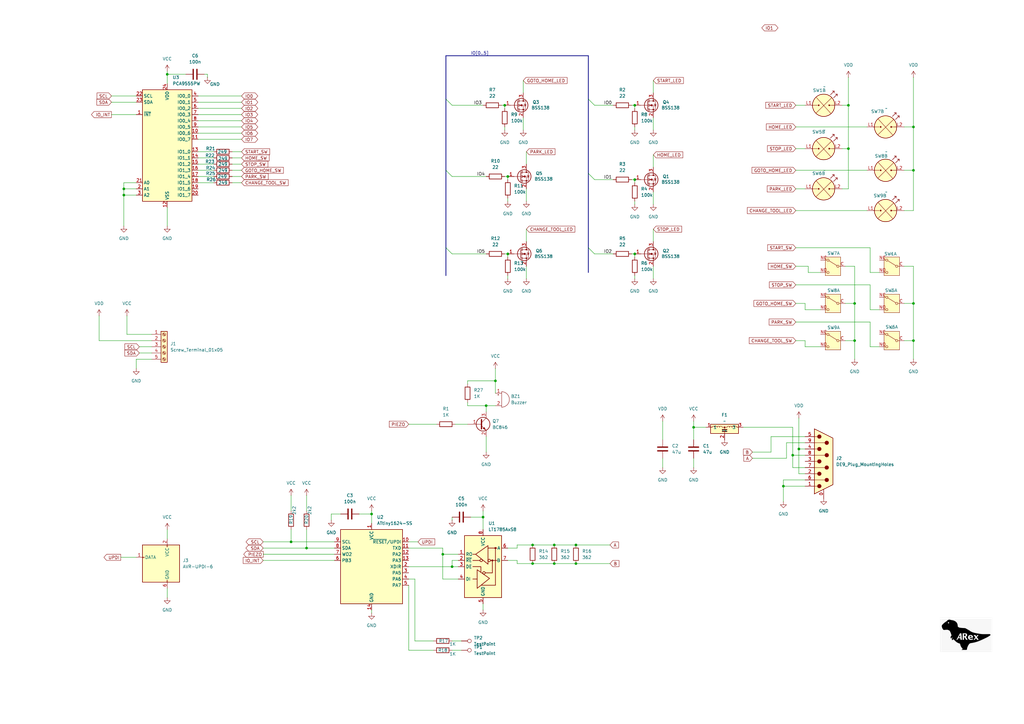
<source format=kicad_sch>
(kicad_sch (version 20231120) (generator "eeschema") (generator_version "8.0")
  (paper "A3")
  (title_block (title "Console Left Pad") (rev "A") (company "ARex"))
  (lib_symbols
    (symbol "ARex:NFM611R30"
      (property "Reference" "F" (at 0 0 0))
      (symbol "NFM611R30_1_1"
        (pin passive line (at -7.62 -3.81 0) (length 2.54) (name "1") (number "1"))
        (pin passive line (at 0 -8.89 90) (length 2.54) (name "2") (number "2"))
        (pin passive line (at 7.62 -3.81 180) (length 2.54) (name "3") (number "3"))
      )
    )
    (symbol "Connector:AVR-UPDI-6" (pin_names (offset 1.016))
      (property "Reference" "J" (at -6.35 8.89 0))
      (property "Value" "AVR-UPDI-6" (at 0 8.89 0))
      (symbol "AVR-UPDI-6_1_1"
        (pin passive line (at 10.16 2.54 180) (length 2.54) (name "DATA") (number "1"))
        (pin passive line (at -2.54 10.16 270) (length 2.54) (name "VCC") (number "2"))
        (pin no_connect line (at 7.62 0 180) (length 2.54) hide (name "NC") (number "3"))
        (pin no_connect line (at 7.62 -2.54 180) (length 2.54) hide (name "NC") (number "4"))
        (pin no_connect line (at 7.62 -5.08 180) (length 2.54) hide (name "NC") (number "5"))
        (pin passive line (at -2.54 -10.16 90) (length 2.54) (name "GND") (number "6"))
      )
    )
    (symbol "Connector:DE9_Plug_MountingHoles" (pin_names (offset 1.016) hide)
      (property "Reference" "J" (at 0 16.51 0))
      (property "Value" "DE9_Plug_MountingHoles" (at 0 14.605 0))
      (symbol "DE9_Plug_MountingHoles_1_1"
        (pin passive line (at 0 -15.24 90) (length 3.81) (name "PAD") (number "0"))
        (pin passive line (at -7.62 -10.16 0) (length 3.81) (name "1") (number "1"))
        (pin passive line (at -7.62 -5.08 0) (length 3.81) (name "2") (number "2"))
        (pin passive line (at -7.62 0 0) (length 3.81) (name "3") (number "3"))
        (pin passive line (at -7.62 5.08 0) (length 3.81) (name "4") (number "4"))
        (pin passive line (at -7.62 10.16 0) (length 3.81) (name "5") (number "5"))
        (pin passive line (at -7.62 -7.62 0) (length 3.81) (name "6") (number "6"))
        (pin passive line (at -7.62 -2.54 0) (length 3.81) (name "7") (number "7"))
        (pin passive line (at -7.62 2.54 0) (length 3.81) (name "8") (number "8"))
        (pin passive line (at -7.62 7.62 0) (length 3.81) (name "9") (number "9"))
      )
    )
    (symbol "Connector:Screw_Terminal_01x05" (pin_names (offset 1.016) hide)
      (property "Reference" "J" (at 0 7.62 0))
      (property "Value" "Screw_Terminal_01x05" (at 0 -7.62 0))
      (symbol "Screw_Terminal_01x05_1_1"
        (pin passive line (at -5.08 5.08 0) (length 3.81) (name "Pin_1") (number "1"))
        (pin passive line (at -5.08 2.54 0) (length 3.81) (name "Pin_2") (number "2"))
        (pin passive line (at -5.08 0 0) (length 3.81) (name "Pin_3") (number "3"))
        (pin passive line (at -5.08 -2.54 0) (length 3.81) (name "Pin_4") (number "4"))
        (pin passive line (at -5.08 -5.08 0) (length 3.81) (name "Pin_5") (number "5"))
      )
    )
    (symbol "Connector:TestPoint" (pin_numbers hide) (pin_names (offset 0.762) hide)
      (property "Reference" "TP" (at 0 6.858 0))
      (property "Value" "TestPoint" (at 0 5.08 0))
      (symbol "TestPoint_1_1"
        (pin passive line (at 0 0 90) (length 2.54) (name "1") (number "1"))
      )
    )
    (symbol "Device:Buzzer" (pin_names (offset 0.0254) hide)
      (property "Reference" "BZ" (at 3.81 1.27 0))
      (property "Value" "Buzzer" (at 3.81 -1.27 0))
      (symbol "Buzzer_1_1"
        (pin passive line (at -2.54 2.54 0) (length 2.54) (name "+") (number "1"))
        (pin passive line (at -2.54 -2.54 0) (length 2.54) (name "-") (number "2"))
      )
    )
    (symbol "Device:C" (pin_numbers hide) (pin_names (offset 0.254))
      (property "Reference" "C" (at 0.635 2.54 0))
      (property "Value" "C" (at 0.635 -2.54 0))
      (symbol "C_1_1"
        (pin passive line (at 0 3.81 270) (length 2.794) (name "~") (number "1"))
        (pin passive line (at 0 -3.81 90) (length 2.794) (name "~") (number "2"))
      )
    )
    (symbol "Device:R" (pin_numbers hide) (pin_names (offset 0))
      (property "Reference" "R" (at 2.032 0 90))
      (property "Value" "R" (at 0 0 90))
      (symbol "R_1_1"
        (pin passive line (at 0 3.81 270) (length 1.27) (name "~") (number "1"))
        (pin passive line (at 0 -3.81 90) (length 1.27) (name "~") (number "2"))
      )
    )
    (symbol "Interface_Expansion:PCA9555PW"
      (property "Reference" "U" (at -8.89 24.13 0))
      (property "Value" "PCA9555PW" (at 6.35 24.13 0))
      (symbol "PCA9555PW_1_1"
        (pin open_collector line (at -12.7 12.7 0) (length 2.54) (name "~{INT}") (number "1"))
        (pin bidirectional line (at 12.7 5.08 180) (length 2.54) (name "IO0_6") (number "10"))
        (pin bidirectional line (at 12.7 2.54 180) (length 2.54) (name "IO0_7") (number "11"))
        (pin power_in line (at 0 -25.4 90) (length 2.54) (name "VSS") (number "12"))
        (pin bidirectional line (at 12.7 -2.54 180) (length 2.54) (name "IO1_0") (number "13"))
        (pin bidirectional line (at 12.7 -5.08 180) (length 2.54) (name "IO1_1") (number "14"))
        (pin bidirectional line (at 12.7 -7.62 180) (length 2.54) (name "IO1_2") (number "15"))
        (pin bidirectional line (at 12.7 -10.16 180) (length 2.54) (name "IO1_3") (number "16"))
        (pin bidirectional line (at 12.7 -12.7 180) (length 2.54) (name "IO1_4") (number "17"))
        (pin bidirectional line (at 12.7 -15.24 180) (length 2.54) (name "IO1_5") (number "18"))
        (pin bidirectional line (at 12.7 -17.78 180) (length 2.54) (name "IO1_6") (number "19"))
        (pin input line (at -12.7 -17.78 0) (length 2.54) (name "A1") (number "2"))
        (pin bidirectional line (at 12.7 -20.32 180) (length 2.54) (name "IO1_7") (number "20"))
        (pin input line (at -12.7 -15.24 0) (length 2.54) (name "A0") (number "21"))
        (pin input line (at -12.7 20.32 0) (length 2.54) (name "SCL") (number "22"))
        (pin bidirectional line (at -12.7 17.78 0) (length 2.54) (name "SDA") (number "23"))
        (pin power_in line (at 0 25.4 270) (length 2.54) (name "VDD") (number "24"))
        (pin input line (at -12.7 -20.32 0) (length 2.54) (name "A2") (number "3"))
        (pin bidirectional line (at 12.7 20.32 180) (length 2.54) (name "IO0_0") (number "4"))
        (pin bidirectional line (at 12.7 17.78 180) (length 2.54) (name "IO0_1") (number "5"))
        (pin bidirectional line (at 12.7 15.24 180) (length 2.54) (name "IO0_2") (number "6"))
        (pin bidirectional line (at 12.7 12.7 180) (length 2.54) (name "IO0_3") (number "7"))
        (pin bidirectional line (at 12.7 10.16 180) (length 2.54) (name "IO0_4") (number "8"))
        (pin bidirectional line (at 12.7 7.62 180) (length 2.54) (name "IO0_5") (number "9"))
      )
    )
    (symbol "Interface_UART:LT1785AxS8"
      (property "Reference" "U" (at -6.985 13.97 0))
      (property "Value" "LT1785AxS8" (at 7.62 13.97 0))
      (symbol "LT1785AxS8_1_1"
        (pin output line (at -10.16 5.08 0) (length 2.54) (name "RO") (number "1"))
        (pin input line (at -10.16 2.54 0) (length 2.54) (name "~{RE}") (number "2"))
        (pin input line (at -10.16 0 0) (length 2.54) (name "DE") (number "3"))
        (pin input line (at -10.16 -5.08 0) (length 2.54) (name "DI") (number "4"))
        (pin power_in line (at 0 -15.24 90) (length 2.54) (name "GND") (number "5"))
        (pin bidirectional line (at 10.16 7.62 180) (length 2.54) (name "A") (number "6"))
        (pin bidirectional line (at 10.16 2.54 180) (length 2.54) (name "B") (number "7"))
        (pin power_in line (at 0 15.24 270) (length 2.54) (name "VCC") (number "8"))
      )
    )
    (symbol "MCU_Microchip_ATtiny:ATtiny1624-SS"
      (property "Reference" "U" (at -12.7 16.51 0))
      (property "Value" "ATtiny1624-SS" (at 2.54 -16.51 0))
      (symbol "ATtiny1624-SS_1_1"
        (pin power_in line (at 0 17.78 270) (length 2.54) (name "VCC") (number "1"))
        (pin bidirectional line (at 15.24 10.16 180) (length 2.54) (name "PA0") (number "10") (alternate "~{RESET}/UPDI" bidirectional line))
        (pin bidirectional line (at 15.24 7.62 180) (length 2.54) (name "PA1") (number "11") (alternate "TXD" output line))
        (pin bidirectional line (at 15.24 5.08 180) (length 2.54) (name "PA2") (number "12"))
        (pin bidirectional line (at 15.24 2.54 180) (length 2.54) (name "PA3") (number "13") (alternate "" input line))
        (pin power_in line (at 0 -17.78 90) (length 2.54) (name "GND") (number "14"))
        (pin bidirectional line (at 15.24 0 180) (length 2.54) (name "PA4") (number "2") (alternate "XDIR" output line))
        (pin bidirectional line (at 15.24 -2.54 180) (length 2.54) (name "PA5") (number "3"))
        (pin bidirectional line (at 15.24 -5.08 180) (length 2.54) (name "PA6") (number "4"))
        (pin bidirectional line (at 15.24 -7.62 180) (length 2.54) (name "PA7") (number "5"))
        (pin bidirectional line (at -15.24 2.54 0) (length 2.54) (name "PB3") (number "6"))
        (pin bidirectional line (at -15.24 5.08 0) (length 2.54) (name "PB2") (number "7") (alternate "WO2" output line))
        (pin bidirectional line (at -15.24 7.62 0) (length 2.54) (name "PB1") (number "8") (alternate "SDA" open_collector line))
        (pin bidirectional line (at -15.24 10.16 0) (length 2.54) (name "PB0") (number "9") (alternate "SCL" open_collector line) (alternate "XDIR" output line))
      )
    )
    (symbol "Transistor_BJT:BC846" (pin_names (offset 0) hide)
      (property "Reference" "Q" (at 5.08 1.905 0))
      (property "Value" "BC846" (at 5.08 0 0))
      (symbol "BC846_1_1"
        (pin input line (at -5.08 0 0) (length 5.715) (name "B") (number "1"))
        (pin passive line (at 2.54 -5.08 90) (length 2.54) (name "E") (number "2"))
        (pin passive line (at 2.54 5.08 270) (length 2.54) (name "C") (number "3"))
      )
    )
    (symbol "Transistor_FET:BSS138" (pin_names hide)
      (property "Reference" "Q" (at 5.08 1.905 0))
      (property "Value" "BSS138" (at 5.08 0 0))
      (symbol "BSS138_1_1"
        (pin input line (at -5.08 0 0) (length 2.54) (name "G") (number "1"))
        (pin passive line (at 2.54 -5.08 90) (length 2.54) (name "S") (number "2"))
        (pin passive line (at 2.54 5.08 270) (length 2.54) (name "D") (number "3"))
      )
    )
    (symbol "power:GND" (power) (pin_numbers hide) (pin_names (offset 0) hide)
      (property "Value" "GND" (at 0 -3.81 0))
      (symbol "GND_1_1"
        (pin power_in line (at 0 0 270) (length 0) (name "~") (number "1"))
      )
    )
    (symbol "power:VCC" (power) (pin_numbers hide) (pin_names (offset 0) hide)
      (property "Value" "VCC" (at 0 3.556 0))
      (symbol "VCC_1_1"
        (pin power_in line (at 0 0 90) (length 0) (name "~") (number "1"))
      )
    )
    (symbol "power:VDD" (power) (pin_numbers hide) (pin_names (offset 0) hide)
      (property "Value" "VDD" (at 0 3.556 0))
      (symbol "VDD_1_1"
        (pin power_in line (at 0 0 90) (length 0) (name "~") (number "1"))
      )
    )
    (symbol "switches:PUSH_SPDT_LED" (pin_names hide)
      (property "Reference" "SW" (at 0 0 0))
      (symbol "PUSH_SPDT_LED_1_1"
        (pin passive line (at -5.08 -5.08 0) (length 2.54) (name "C") (number "C"))
        (pin passive line (at 5.08 -2.54 180) (length 2.54) (name "NC") (number "NC"))
        (pin passive line (at 5.08 -7.62 180) (length 2.54) (name "NO") (number "NO"))
      )
      (symbol "PUSH_SPDT_LED_2_1"
        (pin input line (at -7.62 -6.35 0) (length 3.048) (name "AK") (number "L1"))
        (pin input line (at 7.62 -6.35 180) (length 3.81) (name "KA") (number "L2"))
      )
    )
  )
  (junction (at 203.2 156.21))
  (junction (at 236.22 223.52))
  (junction (at 218.44 223.52))
  (junction (at 198.12 212.09))
  (junction (at 284.48 175.26))
  (junction (at 374.65 69.85))
  (junction (at 327.66 184.15))
  (junction (at 350.52 124.46))
  (junction (at 236.22 231.14))
  (junction (at 181.61 227.33))
  (junction (at 50.8 80.01))
  (junction (at 347.98 60.96))
  (junction (at 227.33 231.14))
  (junction (at 207.01 43.18))
  (junction (at 68.58 30.48))
  (junction (at 208.28 104.14))
  (junction (at 208.28 72.39))
  (junction (at 152.4 210.82))
  (junction (at 125.73 224.79))
  (junction (at 260.35 73.66))
  (junction (at 50.8 77.47))
  (junction (at 321.31 199.39))
  (junction (at 374.65 124.46))
  (junction (at 185.42 232.41))
  (junction (at 199.39 166.37))
  (junction (at 227.33 223.52))
  (junction (at 347.98 43.18))
  (junction (at 260.35 43.18))
  (junction (at 374.65 139.7))
  (junction (at 350.52 139.7))
  (junction (at 218.44 231.14))
  (junction (at 260.35 104.14))
  (junction (at 325.12 186.69))
  (junction (at 374.65 52.07))
  (junction (at 119.38 222.25))
  (bus_entry (at 241.3 101.6) (size 2.54 2.54))
  (bus_entry (at 182.88 101.6) (size 2.54 2.54))
  (bus_entry (at 241.3 71.12) (size 2.54 2.54))
  (bus_entry (at 241.3 40.64) (size 2.54 2.54))
  (bus_entry (at 182.88 69.85) (size 2.54 2.54))
  (bus_entry (at 182.88 40.64) (size 2.54 2.54))
  (wire (pts (xy 68.58 29.21) (xy 68.58 30.48)))
  (wire (pts (xy 304.8 175.26) (xy 325.12 175.26)))
  (wire (pts (xy 260.35 74.93) (xy 260.35 73.66)))
  (wire (pts (xy 243.84 73.66) (xy 251.46 73.66)))
  (wire (pts (xy 370.84 52.07) (xy 374.65 52.07)))
  (wire (pts (xy 68.58 245.11) (xy 68.58 241.3)))
  (bus (pts (xy 241.3 111.76) (xy 241.3 101.6)))
  (wire (pts (xy 267.97 48.26) (xy 267.97 53.34)))
  (wire (pts (xy 181.61 237.49) (xy 181.61 227.33)))
  (wire (pts (xy 214.63 33.02) (xy 214.63 38.1)))
  (wire (pts (xy 119.38 217.17) (xy 119.38 222.25)))
  (wire (pts (xy 370.84 69.85) (xy 374.65 69.85)))
  (wire (pts (xy 325.12 175.26) (xy 325.12 186.69)))
  (wire (pts (xy 57.15 142.24) (xy 62.23 142.24)))
  (wire (pts (xy 330.2 139.7) (xy 330.2 142.24)))
  (wire (pts (xy 374.65 31.75) (xy 374.65 52.07)))
  (wire (pts (xy 259.08 73.66) (xy 260.35 73.66)))
  (wire (pts (xy 167.64 232.41) (xy 185.42 232.41)))
  (wire (pts (xy 325.12 186.69) (xy 325.12 191.77)))
  (wire (pts (xy 326.39 116.84) (xy 356.87 116.84)))
  (wire (pts (xy 119.38 203.2) (xy 119.38 209.55)))
  (wire (pts (xy 284.48 175.26) (xy 284.48 172.72)))
  (wire (pts (xy 227.33 223.52) (xy 236.22 223.52)))
  (wire (pts (xy 327.66 184.15) (xy 330.2 184.15)))
  (wire (pts (xy 326.39 69.85) (xy 355.6 69.85)))
  (wire (pts (xy 95.25 69.85) (xy 99.06 69.85)))
  (wire (pts (xy 52.07 129.54) (xy 52.07 137.16)))
  (wire (pts (xy 370.84 109.22) (xy 374.65 109.22)))
  (wire (pts (xy 215.9 93.98) (xy 215.9 99.06)))
  (wire (pts (xy 199.39 168.91) (xy 199.39 166.37)))
  (wire (pts (xy 191.77 166.37) (xy 191.77 165.1)))
  (wire (pts (xy 52.07 137.16) (xy 62.23 137.16)))
  (wire (pts (xy 45.72 39.37) (xy 55.88 39.37)))
  (wire (pts (xy 374.65 69.85) (xy 374.65 86.36)))
  (wire (pts (xy 267.97 109.22) (xy 267.97 114.3)))
  (wire (pts (xy 326.39 132.08) (xy 356.87 132.08)))
  (wire (pts (xy 55.88 77.47) (xy 50.8 77.47)))
  (wire (pts (xy 321.31 196.85) (xy 330.2 196.85)))
  (bus (pts (xy 241.3 101.6) (xy 241.3 71.12)))
  (wire (pts (xy 356.87 116.84) (xy 356.87 127)))
  (wire (pts (xy 227.33 231.14) (xy 236.22 231.14)))
  (wire (pts (xy 198.12 212.09) (xy 198.12 217.17)))
  (wire (pts (xy 370.84 86.36) (xy 374.65 86.36)))
  (wire (pts (xy 187.96 237.49) (xy 181.61 237.49)))
  (wire (pts (xy 271.78 187.96) (xy 271.78 191.77)))
  (wire (pts (xy 356.87 127) (xy 360.68 127)))
  (wire (pts (xy 326.39 60.96) (xy 330.2 60.96)))
  (wire (pts (xy 81.28 67.31) (xy 87.63 67.31)))
  (wire (pts (xy 170.18 262.89) (xy 177.8 262.89)))
  (wire (pts (xy 55.88 74.93) (xy 50.8 74.93)))
  (wire (pts (xy 374.65 52.07) (xy 374.65 69.85)))
  (wire (pts (xy 171.45 222.25) (xy 167.64 222.25)))
  (wire (pts (xy 326.39 139.7) (xy 330.2 139.7)))
  (wire (pts (xy 331.47 111.76) (xy 331.47 109.22)))
  (wire (pts (xy 81.28 69.85) (xy 87.63 69.85)))
  (bus (pts (xy 182.88 69.85) (xy 182.88 101.6)))
  (wire (pts (xy 107.95 222.25) (xy 119.38 222.25)))
  (wire (pts (xy 95.25 64.77) (xy 99.06 64.77)))
  (wire (pts (xy 107.95 229.87) (xy 137.16 229.87)))
  (wire (pts (xy 203.2 156.21) (xy 203.2 161.29)))
  (wire (pts (xy 189.23 266.7) (xy 185.42 266.7)))
  (wire (pts (xy 99.06 46.99) (xy 81.28 46.99)))
  (bus (pts (xy 182.88 22.86) (xy 182.88 40.64)))
  (wire (pts (xy 208.28 229.87) (xy 212.09 229.87)))
  (wire (pts (xy 185.42 104.14) (xy 199.39 104.14)))
  (wire (pts (xy 331.47 109.22) (xy 326.39 109.22)))
  (wire (pts (xy 316.23 185.42) (xy 308.61 185.42)))
  (wire (pts (xy 167.64 237.49) (xy 170.18 237.49)))
  (wire (pts (xy 55.88 151.13) (xy 55.88 147.32)))
  (wire (pts (xy 198.12 250.19) (xy 198.12 247.65)))
  (wire (pts (xy 215.9 62.23) (xy 215.9 67.31)))
  (wire (pts (xy 208.28 105.41) (xy 208.28 104.14)))
  (wire (pts (xy 152.4 210.82) (xy 152.4 214.63)))
  (wire (pts (xy 135.89 213.36) (xy 135.89 210.82)))
  (wire (pts (xy 214.63 48.26) (xy 214.63 53.34)))
  (wire (pts (xy 187.96 229.87) (xy 185.42 229.87)))
  (wire (pts (xy 260.35 53.34) (xy 260.35 52.07)))
  (wire (pts (xy 374.65 124.46) (xy 370.84 124.46)))
  (wire (pts (xy 119.38 222.25) (xy 137.16 222.25)))
  (wire (pts (xy 193.04 212.09) (xy 198.12 212.09)))
  (wire (pts (xy 267.97 63.5) (xy 267.97 68.58)))
  (wire (pts (xy 212.09 231.14) (xy 218.44 231.14)))
  (wire (pts (xy 215.9 77.47) (xy 215.9 82.55)))
  (wire (pts (xy 327.66 194.31) (xy 330.2 194.31)))
  (wire (pts (xy 374.65 124.46) (xy 374.65 139.7)))
  (wire (pts (xy 181.61 224.79) (xy 181.61 227.33)))
  (wire (pts (xy 259.08 104.14) (xy 260.35 104.14)))
  (wire (pts (xy 289.56 175.26) (xy 284.48 175.26)))
  (wire (pts (xy 347.98 60.96) (xy 347.98 77.47)))
  (wire (pts (xy 185.42 232.41) (xy 187.96 232.41)))
  (wire (pts (xy 57.15 144.78) (xy 62.23 144.78)))
  (wire (pts (xy 321.31 199.39) (xy 321.31 196.85)))
  (wire (pts (xy 347.98 43.18) (xy 347.98 60.96)))
  (wire (pts (xy 260.35 105.41) (xy 260.35 104.14)))
  (wire (pts (xy 199.39 185.42) (xy 199.39 179.07)))
  (wire (pts (xy 350.52 109.22) (xy 350.52 124.46)))
  (wire (pts (xy 186.69 173.99) (xy 191.77 173.99)))
  (wire (pts (xy 81.28 62.23) (xy 87.63 62.23)))
  (wire (pts (xy 185.42 43.18) (xy 198.12 43.18)))
  (wire (pts (xy 208.28 82.55) (xy 208.28 81.28)))
  (wire (pts (xy 170.18 237.49) (xy 170.18 262.89)))
  (wire (pts (xy 185.42 72.39) (xy 199.39 72.39)))
  (wire (pts (xy 207.01 44.45) (xy 207.01 43.18)))
  (wire (pts (xy 85.09 30.48) (xy 83.82 30.48)))
  (wire (pts (xy 167.64 240.03) (xy 167.64 266.7)))
  (wire (pts (xy 243.84 43.18) (xy 251.46 43.18)))
  (wire (pts (xy 267.97 78.74) (xy 267.97 83.82)))
  (wire (pts (xy 267.97 93.98) (xy 267.97 99.06)))
  (wire (pts (xy 326.39 77.47) (xy 330.2 77.47)))
  (wire (pts (xy 326.39 86.36) (xy 355.6 86.36)))
  (wire (pts (xy 260.35 44.45) (xy 260.35 43.18)))
  (wire (pts (xy 167.64 173.99) (xy 179.07 173.99)))
  (wire (pts (xy 45.72 46.99) (xy 55.88 46.99)))
  (wire (pts (xy 85.09 31.75) (xy 85.09 30.48)))
  (wire (pts (xy 99.06 52.07) (xy 81.28 52.07)))
  (bus (pts (xy 241.3 22.86) (xy 182.88 22.86)))
  (wire (pts (xy 350.52 124.46) (xy 350.52 139.7)))
  (wire (pts (xy 267.97 33.02) (xy 267.97 38.1)))
  (wire (pts (xy 271.78 172.72) (xy 271.78 180.34)))
  (wire (pts (xy 325.12 191.77) (xy 330.2 191.77)))
  (wire (pts (xy 49.53 228.6) (xy 55.88 228.6)))
  (wire (pts (xy 99.06 41.91) (xy 81.28 41.91)))
  (wire (pts (xy 99.06 39.37) (xy 81.28 39.37)))
  (wire (pts (xy 308.61 187.96) (xy 322.58 187.96)))
  (wire (pts (xy 99.06 54.61) (xy 81.28 54.61)))
  (wire (pts (xy 208.28 224.79) (xy 212.09 224.79)))
  (wire (pts (xy 95.25 67.31) (xy 99.06 67.31)))
  (wire (pts (xy 50.8 80.01) (xy 55.88 80.01)))
  (wire (pts (xy 322.58 181.61) (xy 322.58 187.96)))
  (wire (pts (xy 260.35 83.82) (xy 260.35 82.55)))
  (wire (pts (xy 205.74 43.18) (xy 207.01 43.18)))
  (wire (pts (xy 350.52 139.7) (xy 350.52 147.32)))
  (wire (pts (xy 260.35 114.3) (xy 260.35 113.03)))
  (wire (pts (xy 215.9 109.22) (xy 215.9 114.3)))
  (wire (pts (xy 125.73 224.79) (xy 137.16 224.79)))
  (bus (pts (xy 241.3 71.12) (xy 241.3 40.64)))
  (wire (pts (xy 330.2 124.46) (xy 330.2 127)))
  (wire (pts (xy 326.39 52.07) (xy 355.6 52.07)))
  (wire (pts (xy 316.23 179.07) (xy 330.2 179.07)))
  (wire (pts (xy 107.95 224.79) (xy 125.73 224.79)))
  (wire (pts (xy 40.64 139.7) (xy 62.23 139.7)))
  (wire (pts (xy 322.58 181.61) (xy 330.2 181.61)))
  (wire (pts (xy 81.28 72.39) (xy 87.63 72.39)))
  (wire (pts (xy 325.12 186.69) (xy 330.2 186.69)))
  (wire (pts (xy 45.72 41.91) (xy 55.88 41.91)))
  (wire (pts (xy 356.87 142.24) (xy 360.68 142.24)))
  (wire (pts (xy 326.39 124.46) (xy 330.2 124.46)))
  (wire (pts (xy 321.31 205.74) (xy 321.31 199.39)))
  (wire (pts (xy 327.66 184.15) (xy 327.66 194.31)))
  (wire (pts (xy 81.28 64.77) (xy 87.63 64.77)))
  (wire (pts (xy 95.25 62.23) (xy 99.06 62.23)))
  (wire (pts (xy 68.58 30.48) (xy 76.2 30.48)))
  (bus (pts (xy 182.88 101.6) (xy 182.88 113.03)))
  (wire (pts (xy 316.23 179.07) (xy 316.23 185.42)))
  (wire (pts (xy 198.12 209.55) (xy 198.12 212.09)))
  (wire (pts (xy 330.2 142.24) (xy 336.55 142.24)))
  (wire (pts (xy 68.58 92.71) (xy 68.58 85.09)))
  (wire (pts (xy 347.98 43.18) (xy 345.44 43.18)))
  (wire (pts (xy 284.48 187.96) (xy 284.48 191.77)))
  (wire (pts (xy 356.87 111.76) (xy 356.87 101.6)))
  (wire (pts (xy 212.09 229.87) (xy 212.09 231.14)))
  (wire (pts (xy 185.42 212.09) (xy 185.42 213.36)))
  (wire (pts (xy 356.87 101.6) (xy 326.39 101.6)))
  (wire (pts (xy 50.8 80.01) (xy 50.8 92.71)))
  (bus (pts (xy 241.3 40.64) (xy 241.3 22.86)))
  (wire (pts (xy 50.8 74.93) (xy 50.8 77.47)))
  (wire (pts (xy 336.55 111.76) (xy 331.47 111.76)))
  (wire (pts (xy 350.52 109.22) (xy 346.71 109.22)))
  (wire (pts (xy 152.4 251.46) (xy 152.4 250.19)))
  (wire (pts (xy 199.39 166.37) (xy 203.2 166.37)))
  (wire (pts (xy 326.39 43.18) (xy 330.2 43.18)))
  (wire (pts (xy 99.06 44.45) (xy 81.28 44.45)))
  (wire (pts (xy 55.88 147.32) (xy 62.23 147.32)))
  (wire (pts (xy 350.52 124.46) (xy 346.71 124.46)))
  (wire (pts (xy 167.64 224.79) (xy 181.61 224.79)))
  (bus (pts (xy 182.88 40.64) (xy 182.88 69.85)))
  (wire (pts (xy 207.01 53.34) (xy 207.01 52.07)))
  (wire (pts (xy 284.48 175.26) (xy 284.48 180.34)))
  (wire (pts (xy 212.09 224.79) (xy 212.09 223.52)))
  (wire (pts (xy 374.65 139.7) (xy 370.84 139.7)))
  (wire (pts (xy 203.2 151.13) (xy 203.2 156.21)))
  (wire (pts (xy 125.73 203.2) (xy 125.73 209.55)))
  (wire (pts (xy 347.98 31.75) (xy 347.98 43.18)))
  (wire (pts (xy 212.09 223.52) (xy 218.44 223.52)))
  (wire (pts (xy 40.64 129.54) (xy 40.64 139.7)))
  (wire (pts (xy 374.65 109.22) (xy 374.65 124.46)))
  (wire (pts (xy 218.44 223.52) (xy 227.33 223.52)))
  (wire (pts (xy 360.68 111.76) (xy 356.87 111.76)))
  (wire (pts (xy 345.44 60.96) (xy 347.98 60.96)))
  (wire (pts (xy 259.08 43.18) (xy 260.35 43.18)))
  (wire (pts (xy 236.22 231.14) (xy 250.19 231.14)))
  (wire (pts (xy 185.42 229.87) (xy 185.42 232.41)))
  (wire (pts (xy 330.2 127) (xy 336.55 127)))
  (wire (pts (xy 327.66 171.45) (xy 327.66 184.15)))
  (wire (pts (xy 208.28 73.66) (xy 208.28 72.39)))
  (wire (pts (xy 99.06 49.53) (xy 81.28 49.53)))
  (wire (pts (xy 207.01 72.39) (xy 208.28 72.39)))
  (wire (pts (xy 189.23 262.89) (xy 185.42 262.89)))
  (wire (pts (xy 236.22 223.52) (xy 250.19 223.52)))
  (wire (pts (xy 345.44 77.47) (xy 347.98 77.47)))
  (wire (pts (xy 68.58 217.17) (xy 68.58 220.98)))
  (wire (pts (xy 208.28 114.3) (xy 208.28 113.03)))
  (wire (pts (xy 356.87 132.08) (xy 356.87 142.24)))
  (wire (pts (xy 95.25 74.93) (xy 99.06 74.93)))
  (wire (pts (xy 99.06 57.15) (xy 81.28 57.15)))
  (wire (pts (xy 135.89 210.82) (xy 139.7 210.82)))
  (wire (pts (xy 191.77 156.21) (xy 203.2 156.21)))
  (wire (pts (xy 374.65 139.7) (xy 374.65 147.32)))
  (wire (pts (xy 95.25 72.39) (xy 99.06 72.39)))
  (wire (pts (xy 167.64 266.7) (xy 177.8 266.7)))
  (wire (pts (xy 218.44 231.14) (xy 227.33 231.14)))
  (wire (pts (xy 68.58 30.48) (xy 68.58 34.29)))
  (wire (pts (xy 125.73 217.17) (xy 125.73 224.79)))
  (wire (pts (xy 350.52 139.7) (xy 346.71 139.7)))
  (wire (pts (xy 107.95 227.33) (xy 137.16 227.33)))
  (wire (pts (xy 152.4 209.55) (xy 152.4 210.82)))
  (wire (pts (xy 181.61 227.33) (xy 187.96 227.33)))
  (wire (pts (xy 81.28 74.93) (xy 87.63 74.93)))
  (wire (pts (xy 207.01 104.14) (xy 208.28 104.14)))
  (wire (pts (xy 147.32 210.82) (xy 152.4 210.82)))
  (wire (pts (xy 243.84 104.14) (xy 251.46 104.14)))
  (wire (pts (xy 191.77 166.37) (xy 199.39 166.37)))
  (wire (pts (xy 50.8 77.47) (xy 50.8 80.01)))
  (wire (pts (xy 191.77 156.21) (xy 191.77 157.48)))
  (wire (pts (xy 321.31 199.39) (xy 330.2 199.39)))
  (image (at 396.24 260.35) (scale 0.1))
  (label "IO3" (at 194.31 43.18 0))
  (label "IO4" (at 195.58 72.39 0))
  (label "IO2" (at 247.65 104.14 0))
  (label "IO0" (at 247.65 43.18 0))
  (label "IO5" (at 195.58 104.14 0))
  (label "IO1" (at 247.65 73.66 0))
  (label "IO[0..5]" (at 193.04 22.86 0))
  (global_label "PARK_SW" (shape input) (at 99.06 72.39 0) (property "Intersheetrefs" "${INTERSHEET_REFS}" (effects (hide yes))))
  (global_label "STOP_LED" (shape input) (at 267.97 93.98 0) (property "Intersheetrefs" "${INTERSHEET_REFS}" (effects (hide yes))))
  (global_label "STOP_SW" (shape input) (at 99.06 67.31 0) (property "Intersheetrefs" "${INTERSHEET_REFS}" (effects (hide yes))))
  (global_label "CHANGE_TOOL_LED" (shape input) (at 326.39 86.36 180) (property "Intersheetrefs" "${INTERSHEET_REFS}" (effects (hide yes))))
  (global_label "GOTO_HOME_SW" (shape input) (at 99.06 69.85 0) (property "Intersheetrefs" "${INTERSHEET_REFS}" (effects (hide yes))))
  (global_label "UPDI" (shape output) (at 49.53 228.6 180) (property "Intersheetrefs" "${INTERSHEET_REFS}" (effects (hide yes))))
  (global_label "PARK_LED" (shape input) (at 326.39 77.47 180) (property "Intersheetrefs" "${INTERSHEET_REFS}" (effects (hide yes))))
  (global_label "IO7" (shape bidirectional) (at 99.06 57.15 0) (property "Intersheetrefs" "${INTERSHEET_REFS}" (effects (hide yes))))
  (global_label "GOTO_HOME_SW" (shape input) (at 326.39 124.46 180) (property "Intersheetrefs" "${INTERSHEET_REFS}" (effects (hide yes))))
  (global_label "HOME_SW" (shape input) (at 326.39 109.22 180) (property "Intersheetrefs" "${INTERSHEET_REFS}" (effects (hide yes))))
  (global_label "PIEZO" (shape output) (at 107.95 227.33 180) (property "Intersheetrefs" "${INTERSHEET_REFS}" (effects (hide yes))))
  (global_label "IO1" (shape bidirectional) (at 99.06 41.91 0) (property "Intersheetrefs" "${INTERSHEET_REFS}" (effects (hide yes))))
  (global_label "SDA" (shape input) (at 57.15 144.78 180) (property "Intersheetrefs" "${INTERSHEET_REFS}" (effects (hide yes))))
  (global_label "CHANGE_TOOL_SW" (shape input) (at 326.39 139.7 180) (property "Intersheetrefs" "${INTERSHEET_REFS}" (effects (hide yes))))
  (global_label "UPDI" (shape input) (at 171.45 222.25 0) (property "Intersheetrefs" "${INTERSHEET_REFS}" (effects (hide yes))))
  (global_label "START_SW" (shape input) (at 326.39 101.6 180) (property "Intersheetrefs" "${INTERSHEET_REFS}" (effects (hide yes))))
  (global_label "SDA" (shape input) (at 45.72 41.91 180) (property "Intersheetrefs" "${INTERSHEET_REFS}" (effects (hide yes))))
  (global_label "STOP_SW" (shape input) (at 326.39 116.84 180) (property "Intersheetrefs" "${INTERSHEET_REFS}" (effects (hide yes))))
  (global_label "PIEZO" (shape input) (at 167.64 173.99 180) (property "Intersheetrefs" "${INTERSHEET_REFS}" (effects (hide yes))))
  (global_label "IO4" (shape bidirectional) (at 99.06 49.53 0) (property "Intersheetrefs" "${INTERSHEET_REFS}" (effects (hide yes))))
  (global_label "SDA" (shape tri_state) (at 107.95 224.79 180) (property "Intersheetrefs" "${INTERSHEET_REFS}" (effects (hide yes))))
  (global_label "GOTO_HOME_LED" (shape input) (at 326.39 69.85 180) (property "Intersheetrefs" "${INTERSHEET_REFS}" (effects (hide yes))))
  (global_label "IO_INT" (shape input) (at 107.95 229.87 180) (property "Intersheetrefs" "${INTERSHEET_REFS}" (effects (hide yes))))
  (global_label "A" (shape input) (at 250.19 223.52 0) (property "Intersheetrefs" "${INTERSHEET_REFS}" (effects (hide yes))))
  (global_label "SCL" (shape tri_state) (at 107.95 222.25 180) (property "Intersheetrefs" "${INTERSHEET_REFS}" (effects (hide yes))))
  (global_label "CHANGE_TOOL_SW" (shape input) (at 99.06 74.93 0) (property "Intersheetrefs" "${INTERSHEET_REFS}" (effects (hide yes))))
  (global_label "HOME_LED" (shape input) (at 267.97 63.5 0) (property "Intersheetrefs" "${INTERSHEET_REFS}" (effects (hide yes))))
  (global_label "CHANGE_TOOL_LED" (shape input) (at 215.9 93.98 0) (property "Intersheetrefs" "${INTERSHEET_REFS}" (effects (hide yes))))
  (global_label "STOP_LED" (shape input) (at 326.39 60.96 180) (property "Intersheetrefs" "${INTERSHEET_REFS}" (effects (hide yes))))
  (global_label "IO0" (shape bidirectional) (at 99.06 39.37 0) (property "Intersheetrefs" "${INTERSHEET_REFS}" (effects (hide yes))))
  (global_label "IO3" (shape bidirectional) (at 99.06 46.99 0) (property "Intersheetrefs" "${INTERSHEET_REFS}" (effects (hide yes))))
  (global_label "GOTO_HOME_LED" (shape input) (at 214.63 33.02 0) (property "Intersheetrefs" "${INTERSHEET_REFS}" (effects (hide yes))))
  (global_label "IO1" (shape bidirectional) (at 312.42 11.43 0) (property "Intersheetrefs" "${INTERSHEET_REFS}" (effects (hide yes))))
  (global_label "IO6" (shape bidirectional) (at 99.06 54.61 0) (property "Intersheetrefs" "${INTERSHEET_REFS}" (effects (hide yes))))
  (global_label "HOME_LED" (shape input) (at 326.39 52.07 180) (property "Intersheetrefs" "${INTERSHEET_REFS}" (effects (hide yes))))
  (global_label "IO5" (shape bidirectional) (at 99.06 52.07 0) (property "Intersheetrefs" "${INTERSHEET_REFS}" (effects (hide yes))))
  (global_label "B" (shape input) (at 250.19 231.14 0) (property "Intersheetrefs" "${INTERSHEET_REFS}" (effects (hide yes))))
  (global_label "START_LED" (shape input) (at 267.97 33.02 0) (property "Intersheetrefs" "${INTERSHEET_REFS}" (effects (hide yes))))
  (global_label "PARK_LED" (shape input) (at 215.9 62.23 0) (property "Intersheetrefs" "${INTERSHEET_REFS}" (effects (hide yes))))
  (global_label "SCL" (shape input) (at 45.72 39.37 180) (property "Intersheetrefs" "${INTERSHEET_REFS}" (effects (hide yes))))
  (global_label "A" (shape input) (at 308.61 187.96 180) (property "Intersheetrefs" "${INTERSHEET_REFS}" (effects (hide yes))))
  (global_label "IO_INT" (shape output) (at 45.72 46.99 180) (property "Intersheetrefs" "${INTERSHEET_REFS}" (effects (hide yes))))
  (global_label "PARK_SW" (shape input) (at 326.39 132.08 180) (property "Intersheetrefs" "${INTERSHEET_REFS}" (effects (hide yes))))
  (global_label "HOME_SW" (shape input) (at 99.06 64.77 0) (property "Intersheetrefs" "${INTERSHEET_REFS}" (effects (hide yes))))
  (global_label "SCL" (shape input) (at 57.15 142.24 180) (property "Intersheetrefs" "${INTERSHEET_REFS}" (effects (hide yes))))
  (global_label "START_LED" (shape input) (at 326.39 43.18 180) (property "Intersheetrefs" "${INTERSHEET_REFS}" (effects (hide yes))))
  (global_label "B" (shape input) (at 308.61 185.42 180) (property "Intersheetrefs" "${INTERSHEET_REFS}" (effects (hide yes))))
  (global_label "START_SW" (shape input) (at 99.06 62.23 0) (property "Intersheetrefs" "${INTERSHEET_REFS}" (effects (hide yes))))
  (global_label "IO2" (shape bidirectional) (at 99.06 44.45 0) (property "Intersheetrefs" "${INTERSHEET_REFS}" (effects (hide yes))))
  (symbol (lib_id "power:GND") (at 85.09 31.75 0) (unit 1)
    (property "Reference" "#PWR036" (effects (hide yes)))
    (property "Value" "GND" (at 88.138 34.544 0))
    (property "Description" "Power symbol creates a global label with name \"GND\" , ground" (effects (hide yes)))
  )
  (symbol (lib_id "switches:PUSH_SPDT_LED") (at 363.22 45.72 0) (unit 2)
    (property "Reference" "SW7" (at 359.918 45.72 0))
    (property "Value" "~" (at 363.5248 44.45 0))
    (property "Footprint" "Adarwoo:PUSH_STDP_LED" (effects (hide yes)))
  )
  (symbol (lib_id "switches:PUSH_SPDT_LED") (at 337.82 54.61 0) (unit 2)
    (property "Reference" "SW5" (at 335.788 54.102 0))
    (property "Value" "~" (at 338.1248 53.34 0))
    (property "Footprint" "Adarwoo:PUSH_STDP_LED" (effects (hide yes)))
  )
  (symbol (lib_id "Device:R") (at 207.01 48.26 0) (unit 1)
    (property "Reference" "R9" (at 209.55 46.9899 0) (effects (justify left)))
    (property "Value" "100k" (at 209.55 49.5299 0) (effects (justify left)))
    (property "Footprint" "Resistor_SMD:R_1206_3216Metric_Pad1.30x1.75mm_HandSolder" (effects (hide yes)))
    (property "Description" "Resistor" (effects (hide yes)))
  )
  (symbol (lib_id "power:VCC") (at 125.73 203.2 0) (unit 1)
    (property "Reference" "#PWR011" (effects (hide yes)))
    (property "Value" "VCC" (at 125.73 198.12 0))
    (property "Description" "Power symbol creates a global label with name \"VCC\"" (effects (hide yes)))
  )
  (symbol (lib_id "Transistor_FET:BSS138") (at 265.43 43.18 0) (unit 1)
    (property "Reference" "Q4" (at 271.78 41.9099 0) (effects (justify left)))
    (property "Value" "BSS138" (at 271.272 44.196 0) (effects (justify left)))
    (property "Footprint" "Package_TO_SOT_SMD:SOT-23" (effects (hide yes)))
    (property "Datasheet" "https://www.onsemi.com/pub/Collateral/BSS138-D.PDF" (effects (hide yes)))
    (property "Description" "50V Vds, 0.22A Id, N-Channel MOSFET, SOT-23" (effects (hide yes)))
  )
  (symbol (lib_id "Device:R") (at 91.44 67.31 90) (unit 1)
    (property "Reference" "R23" (at 86.106 66.294 90))
    (property "Value" "249" (at 91.44 67.31 90))
    (property "Footprint" "Resistor_SMD:R_1206_3216Metric_Pad1.30x1.75mm_HandSolder" (effects (hide yes)))
    (property "Description" "Resistor" (effects (hide yes)))
  )
  (symbol (lib_id "Transistor_FET:BSS138") (at 265.43 73.66 0) (unit 1)
    (property "Reference" "Q1" (at 271.78 72.3899 0) (effects (justify left)))
    (property "Value" "BSS138" (at 271.272 74.676 0) (effects (justify left)))
    (property "Footprint" "Package_TO_SOT_SMD:SOT-23" (effects (hide yes)))
    (property "Datasheet" "https://www.onsemi.com/pub/Collateral/BSS138-D.PDF" (effects (hide yes)))
    (property "Description" "50V Vds, 0.22A Id, N-Channel MOSFET, SOT-23" (effects (hide yes)))
  )
  (symbol (lib_id "switches:PUSH_SPDT_LED") (at 363.22 63.5 0) (unit 2)
    (property "Reference" "SW8" (at 361.442 64.008 0))
    (property "Value" "~" (at 363.5248 62.23 0))
    (property "Footprint" "Adarwoo:PUSH_STDP_LED" (effects (hide yes)))
  )
  (symbol (lib_id "power:GND") (at 260.35 83.82 0) (unit 1)
    (property "Reference" "#PWR01" (effects (hide yes)))
    (property "Value" "GND" (at 260.35 88.9 0))
    (property "Description" "Power symbol creates a global label with name \"GND\" , ground" (effects (hide yes)))
  )
  (symbol (lib_id "Device:R") (at 208.28 109.22 0) (unit 1)
    (property "Reference" "R13" (at 210.82 107.9499 0) (effects (justify left)))
    (property "Value" "100k" (at 210.82 110.4899 0) (effects (justify left)))
    (property "Footprint" "Resistor_SMD:R_1206_3216Metric_Pad1.30x1.75mm_HandSolder" (effects (hide yes)))
    (property "Description" "Resistor" (effects (hide yes)))
  )
  (symbol (lib_id "switches:PUSH_SPDT_LED") (at 341.63 134.62 0) (mirror y) (unit 1)
    (property "Reference" "SW9" (at 341.884 134.366 0))
    (property "Value" "~" (at 341.63 134.62 0))
    (property "Footprint" "Adarwoo:PUSH_STDP_LED" (effects (hide yes)))
  )
  (symbol (lib_id "Device:R") (at 203.2 72.39 90) (unit 1)
    (property "Reference" "R10" (at 203.2 66.04 90))
    (property "Value" "22" (at 203.2 68.58 90))
    (property "Footprint" "Resistor_SMD:R_1206_3216Metric_Pad1.30x1.75mm_HandSolder" (effects (hide yes)))
    (property "Description" "Resistor" (effects (hide yes)))
  )
  (symbol (lib_id "Device:Buzzer") (at 205.74 163.83 0) (unit 1)
    (property "Reference" "BZ1" (at 209.55 162.5599 0) (effects (justify left)))
    (property "Value" "Buzzer" (at 209.55 165.0999 0) (effects (justify left)))
    (property "Footprint" "Buzzer_Beeper:Buzzer_Murata_PKLCS1212E" (effects (hide yes)))
    (property "Description" "Buzzer, polarized" (effects (hide yes)))
  )
  (symbol (lib_id "Device:R") (at 260.35 109.22 0) (unit 1)
    (property "Reference" "R6" (at 262.89 107.9499 0) (effects (justify left)))
    (property "Value" "100k" (at 262.89 110.4899 0) (effects (justify left)))
    (property "Footprint" "Resistor_SMD:R_1206_3216Metric_Pad1.30x1.75mm_HandSolder" (effects (hide yes)))
    (property "Description" "Resistor" (effects (hide yes)))
  )
  (symbol (lib_id "power:GND") (at 321.31 205.74 0) (mirror y) (unit 1)
    (property "Reference" "#PWR039" (effects (hide yes)))
    (property "Value" "GND" (at 321.31 210.82 0))
    (property "Description" "Power symbol creates a global label with name \"GND\" , ground" (effects (hide yes)))
  )
  (symbol (lib_id "Device:R") (at 218.44 227.33 0) (unit 1)
    (property "Reference" "R14" (at 220.98 226.0599 0) (effects (justify left)))
    (property "Value" "362" (at 220.98 228.5999 0) (effects (justify left)))
    (property "Footprint" "Resistor_SMD:R_1206_3216Metric_Pad1.30x1.75mm_HandSolder" (effects (hide yes)))
    (property "Description" "Resistor" (effects (hide yes)))
  )
  (symbol (lib_id "Device:R") (at 91.44 62.23 90) (unit 1)
    (property "Reference" "R21" (at 86.36 60.96 90))
    (property "Value" "249" (at 91.186 62.23 90))
    (property "Footprint" "Resistor_SMD:R_1206_3216Metric_Pad1.30x1.75mm_HandSolder" (effects (hide yes)))
    (property "Description" "Resistor" (effects (hide yes)))
  )
  (symbol (lib_id "MCU_Microchip_ATtiny:ATtiny1624-SS") (at 152.4 232.41 0) (unit 1)
    (property "Reference" "U2" (at 154.5941 212.09 0) (effects (justify left)))
    (property "Value" "ATtiny1624-SS" (at 154.5941 214.63 0) (effects (justify left)))
    (property "Footprint" "Package_SO:SOIC-14_3.9x8.7mm_P1.27mm" (effects (hide yes)))
    (property "Datasheet" "https://ww1.microchip.com/downloads/en/DeviceDoc/ATtiny1624-26-27-DataSheet-DS40002234A.pdf" (effects (hide yes)))
    (property "Description" "20MHz, 16kB Flash, 2kB SRAM, 256B EEPROM, SOIC-14" (effects (hide yes)))
    (pin "12" (alternate "PA2"))
    (pin "8" (alternate "SDA"))
    (pin "10" (alternate "~{RESET}/UPDI"))
    (pin "11" (alternate "TXD"))
    (pin "2" (alternate "XDIR"))
    (pin "9" (alternate "SCL"))
    (pin "13" (alternate "PA3"))
    (pin "7" (alternate "WO2"))
  )
  (symbol (lib_id "power:GND") (at 267.97 53.34 0) (unit 1)
    (property "Reference" "#PWR014" (effects (hide yes)))
    (property "Value" "GND" (at 267.97 58.42 0))
    (property "Description" "Power symbol creates a global label with name \"GND\" , ground" (effects (hide yes)))
  )
  (symbol (lib_id "Device:R") (at 203.2 104.14 90) (unit 1)
    (property "Reference" "R12" (at 203.2 97.79 90))
    (property "Value" "22" (at 203.2 100.33 90))
    (property "Footprint" "Resistor_SMD:R_1206_3216Metric_Pad1.30x1.75mm_HandSolder" (effects (hide yes)))
    (property "Description" "Resistor" (effects (hide yes)))
  )
  (symbol (lib_id "Device:R") (at 181.61 266.7 90) (unit 1)
    (property "Reference" "R18" (at 181.61 266.7 90))
    (property "Value" "1K" (at 185.674 268.224 90))
    (property "Footprint" "Resistor_SMD:R_1206_3216Metric_Pad1.30x1.75mm_HandSolder" (effects (hide yes)))
    (property "Description" "Resistor" (effects (hide yes)))
  )
  (symbol (lib_id "Interface_Expansion:PCA9555PW") (at 68.58 59.69 0) (unit 1)
    (property "Reference" "U3" (at 70.7741 31.75 0) (effects (justify left)))
    (property "Value" "PCA9555PW" (at 70.7741 34.29 0) (effects (justify left)))
    (property "Footprint" "Package_SO:TSSOP-24_4.4x7.8mm_P0.65mm" (effects (hide yes)))
    (property "Datasheet" "https://www.nxp.com/docs/en/data-sheet/PCA9555.pdf" (effects (hide yes)))
    (property "Description" "IO expander 16 GPIO, I2C 400kHz, Interrupt, 2.3 - 5.5V, TSSOP-24" (effects (hide yes)))
  )
  (symbol (lib_id "Device:C") (at 80.01 30.48 90) (unit 1)
    (property "Reference" "C6" (at 80.01 22.86 90))
    (property "Value" "100n" (at 80.01 25.4 90))
    (property "Footprint" "Capacitor_SMD:C_0603_1608Metric_Pad1.08x0.95mm_HandSolder" (effects (hide yes)))
    (property "Description" "Unpolarized capacitor" (effects (hide yes)))
  )
  (symbol (lib_id "power:GND") (at 214.63 53.34 0) (unit 1)
    (property "Reference" "#PWR023" (effects (hide yes)))
    (property "Value" "GND" (at 214.63 58.42 0))
    (property "Description" "Power symbol creates a global label with name \"GND\" , ground" (effects (hide yes)))
  )
  (symbol (lib_id "power:GND") (at 271.78 191.77 0) (mirror y) (unit 1)
    (property "Reference" "#PWR042" (effects (hide yes)))
    (property "Value" "GND" (at 271.78 196.85 0))
    (property "Description" "Power symbol creates a global label with name \"GND\" , ground" (effects (hide yes)))
  )
  (symbol (lib_id "Connector:TestPoint") (at 189.23 266.7 270) (unit 1)
    (property "Reference" "TP1" (at 194.31 265.4299 90) (effects (justify left)))
    (property "Value" "TestPoint" (at 194.31 267.9699 90) (effects (justify left)))
    (property "Footprint" "TestPoint:TestPoint_Loop_D1.80mm_Drill1.0mm_Beaded" (effects (hide yes)))
    (property "Description" "test point" (effects (hide yes)))
  )
  (symbol (lib_id "Connector:DE9_Plug_MountingHoles") (at 337.82 189.23 0) (unit 1)
    (property "Reference" "J2" (at 342.9 187.9599 0) (effects (justify left)))
    (property "Value" "DE9_Plug_MountingHoles" (at 342.9 190.4999 0) (effects (justify left)))
    (property "Footprint" "Connector_Dsub:DSUB-9_Female_EdgeMount_P2.77mm" (effects (hide yes)))
    (property "Description" "9-pin male plug pin D-SUB connector, Mounting Hole" (effects (hide yes)))
  )
  (symbol (lib_id "power:GND") (at 337.82 204.47 0) (mirror y) (unit 1)
    (property "Reference" "#PWR038" (effects (hide yes)))
    (property "Value" "GND" (at 337.82 209.55 0))
    (property "Description" "Power symbol creates a global label with name \"GND\" , ground" (effects (hide yes)))
  )
  (symbol (lib_id "power:VDD") (at 271.78 172.72 0) (unit 1)
    (property "Reference" "#PWR043" (effects (hide yes)))
    (property "Value" "VDD" (at 271.78 167.64 0))
    (property "Description" "Power symbol creates a global label with name \"VDD\"" (effects (hide yes)))
  )
  (symbol (lib_id "Device:R") (at 255.27 73.66 90) (unit 1)
    (property "Reference" "R3" (at 255.27 67.31 90))
    (property "Value" "22" (at 255.27 69.85 90))
    (property "Footprint" "Resistor_SMD:R_1206_3216Metric_Pad1.30x1.75mm_HandSolder" (effects (hide yes)))
    (property "Description" "Resistor" (effects (hide yes)))
  )
  (symbol (lib_id "power:VDD") (at 327.66 171.45 0) (unit 1)
    (property "Reference" "#PWR041" (effects (hide yes)))
    (property "Value" "VDD" (at 327.66 166.37 0))
    (property "Description" "Power symbol creates a global label with name \"VDD\"" (effects (hide yes)))
  )
  (symbol (lib_id "power:GND") (at 185.42 213.36 0) (unit 1)
    (property "Reference" "#PWR033" (effects (hide yes)))
    (property "Value" "GND" (at 185.42 218.44 0))
    (property "Description" "Power symbol creates a global label with name \"GND\" , ground" (effects (hide yes)))
  )
  (symbol (lib_id "power:VDD") (at 40.64 129.54 0) (unit 1)
    (property "Reference" "#PWR05" (effects (hide yes)))
    (property "Value" "VDD" (at 40.64 124.46 0))
    (property "Description" "Power symbol creates a global label with name \"VDD\"" (effects (hide yes)))
  )
  (symbol (lib_id "Device:R") (at 260.35 78.74 0) (unit 1)
    (property "Reference" "R4" (at 262.89 77.4699 0) (effects (justify left)))
    (property "Value" "100k" (at 262.89 80.0099 0) (effects (justify left)))
    (property "Footprint" "Resistor_SMD:R_1206_3216Metric_Pad1.30x1.75mm_HandSolder" (effects (hide yes)))
    (property "Description" "Resistor" (effects (hide yes)))
  )
  (symbol (lib_id "power:GND") (at 260.35 53.34 0) (unit 1)
    (property "Reference" "#PWR018" (effects (hide yes)))
    (property "Value" "GND" (at 260.35 58.42 0))
    (property "Description" "Power symbol creates a global label with name \"GND\" , ground" (effects (hide yes)))
  )
  (symbol (lib_id "Connector:TestPoint") (at 189.23 262.89 270) (unit 1)
    (property "Reference" "TP2" (at 194.31 261.6199 90) (effects (justify left)))
    (property "Value" "TestPoint" (at 194.31 264.1599 90) (effects (justify left)))
    (property "Footprint" "TestPoint:TestPoint_Loop_D1.80mm_Drill1.0mm_Beaded" (effects (hide yes)))
    (property "Description" "test point" (effects (hide yes)))
  )
  (symbol (lib_id "Device:R") (at 91.44 72.39 90) (unit 1)
    (property "Reference" "R25" (at 86.36 71.12 90))
    (property "Value" "249" (at 91.186 72.39 90))
    (property "Footprint" "Resistor_SMD:R_1206_3216Metric_Pad1.30x1.75mm_HandSolder" (effects (hide yes)))
    (property "Description" "Resistor" (effects (hide yes)))
  )
  (symbol (lib_id "Device:R") (at 255.27 104.14 90) (unit 1)
    (property "Reference" "R5" (at 255.27 97.79 90))
    (property "Value" "22" (at 255.27 100.33 90))
    (property "Footprint" "Resistor_SMD:R_1206_3216Metric_Pad1.30x1.75mm_HandSolder" (effects (hide yes)))
    (property "Description" "Resistor" (effects (hide yes)))
  )
  (symbol (lib_id "power:VCC") (at 198.12 209.55 0) (unit 1)
    (property "Reference" "#PWR031" (effects (hide yes)))
    (property "Value" "VCC" (at 198.12 204.47 0))
    (property "Description" "Power symbol creates a global label with name \"VCC\"" (effects (hide yes)))
  )
  (symbol (lib_id "Device:R") (at 191.77 161.29 180) (unit 1)
    (property "Reference" "R27" (at 194.31 160.0199 0) (effects (justify right)))
    (property "Value" "1K" (at 194.31 162.5599 0) (effects (justify right)))
    (property "Footprint" "Resistor_SMD:R_1206_3216Metric_Pad1.30x1.75mm_HandSolder" (effects (hide yes)))
    (property "Description" "Resistor" (effects (hide yes)))
  )
  (symbol (lib_id "power:VCC") (at 68.58 217.17 0) (unit 1)
    (property "Reference" "#PWR034" (effects (hide yes)))
    (property "Value" "VCC" (at 68.58 212.09 0))
    (property "Description" "Power symbol creates a global label with name \"VCC\"" (effects (hide yes)))
  )
  (symbol (lib_id "power:GND") (at 68.58 245.11 0) (unit 1)
    (property "Reference" "#PWR035" (effects (hide yes)))
    (property "Value" "GND" (at 68.58 250.19 0))
    (property "Description" "Power symbol creates a global label with name \"GND\" , ground" (effects (hide yes)))
  )
  (symbol (lib_id "power:VCC") (at 68.58 29.21 0) (unit 1)
    (property "Reference" "#PWR010" (effects (hide yes)))
    (property "Value" "VCC" (at 68.58 24.13 0))
    (property "Description" "Power symbol creates a global label with name \"VCC\"" (effects (hide yes)))
  )
  (symbol (lib_id "power:GND") (at 198.12 250.19 0) (unit 1)
    (property "Reference" "#PWR029" (effects (hide yes)))
    (property "Value" "GND" (at 198.12 255.27 0))
    (property "Description" "Power symbol creates a global label with name \"GND\" , ground" (effects (hide yes)))
  )
  (symbol (lib_id "Transistor_BJT:BC846") (at 196.85 173.99 0) (unit 1)
    (property "Reference" "Q7" (at 201.93 172.7199 0) (effects (justify left)))
    (property "Value" "BC846" (at 201.93 175.2599 0) (effects (justify left)))
    (property "Footprint" "Package_TO_SOT_SMD:SOT-23" (effects (hide yes)))
    (property "Datasheet" "https://assets.nexperia.com/documents/data-sheet/BC846_SER.pdf" (effects (hide yes)))
    (property "Description" "0.1A Ic, 65V Vce, NPN Transistor, SOT-23" (effects (hide yes)))
  )
  (symbol (lib_id "Device:R") (at 119.38 213.36 180) (unit 1)
    (property "Reference" "R19" (at 119.38 213.106 90))
    (property "Value" "2k2" (at 120.65 209.296 90))
    (property "Footprint" "Resistor_SMD:R_1206_3216Metric_Pad1.30x1.75mm_HandSolder" (effects (hide yes)))
    (property "Description" "Resistor" (effects (hide yes)))
  )
  (symbol (lib_id "Device:C") (at 284.48 184.15 0) (unit 1)
    (property "Reference" "C1" (at 288.29 182.8799 0) (effects (justify left)))
    (property "Value" "47u" (at 288.29 185.4199 0) (effects (justify left)))
    (property "Footprint" "Capacitor_SMD:C_1210_3225Metric_Pad1.33x2.70mm_HandSolder" (effects (hide yes)))
    (property "Description" "Unpolarized capacitor" (effects (hide yes)))
  )
  (symbol (lib_id "power:VCC") (at 119.38 203.2 0) (unit 1)
    (property "Reference" "#PWR09" (effects (hide yes)))
    (property "Value" "VCC" (at 119.38 198.12 0))
    (property "Description" "Power symbol creates a global label with name \"VCC\"" (effects (hide yes)))
  )
  (symbol (lib_id "power:GND") (at 68.58 92.71 0) (unit 1)
    (property "Reference" "#PWR013" (effects (hide yes)))
    (property "Value" "GND" (at 68.58 97.79 0))
    (property "Description" "Power symbol creates a global label with name \"GND\" , ground" (effects (hide yes)))
  )
  (symbol (lib_id "Device:R") (at 91.44 74.93 90) (unit 1)
    (property "Reference" "R26" (at 86.614 73.66 90))
    (property "Value" "249" (at 91.44 74.93 90))
    (property "Footprint" "Resistor_SMD:R_1206_3216Metric_Pad1.30x1.75mm_HandSolder" (effects (hide yes)))
    (property "Description" "Resistor" (effects (hide yes)))
  )
  (symbol (lib_id "switches:PUSH_SPDT_LED") (at 337.82 71.12 0) (unit 2)
    (property "Reference" "SW6" (at 335.788 71.12 0))
    (property "Value" "~" (at 338.1248 69.85 0))
    (property "Footprint" "Adarwoo:PUSH_STDP_LED" (effects (hide yes)))
  )
  (symbol (lib_id "switches:PUSH_SPDT_LED") (at 363.22 80.01 0) (unit 2)
    (property "Reference" "SW9" (at 360.934 80.264 0))
    (property "Value" "~" (at 363.5248 78.74 0))
    (property "Footprint" "Adarwoo:PUSH_STDP_LED" (effects (hide yes)))
  )
  (symbol (lib_id "power:GND") (at 260.35 114.3 0) (unit 1)
    (property "Reference" "#PWR020" (effects (hide yes)))
    (property "Value" "GND" (at 260.35 119.38 0))
    (property "Description" "Power symbol creates a global label with name \"GND\" , ground" (effects (hide yes)))
  )
  (symbol (lib_id "power:GND") (at 135.89 213.36 0) (unit 1)
    (property "Reference" "#PWR032" (effects (hide yes)))
    (property "Value" "GND" (at 135.89 218.44 0))
    (property "Description" "Power symbol creates a global label with name \"GND\" , ground" (effects (hide yes)))
  )
  (symbol (lib_id "ARex:NFM611R30") (at 297.18 171.45 0) (unit 1)
    (property "Reference" "F1" (at 297.18 170.18 0))
    (property "Value" "~" (at 297.18 172.72 0))
    (property "Footprint" "Adarwoo:Murata_NFM61R" (effects (hide yes)))
  )
  (symbol (lib_id "power:GND") (at 207.01 53.34 0) (unit 1)
    (property "Reference" "#PWR022" (effects (hide yes)))
    (property "Value" "GND" (at 207.01 58.42 0))
    (property "Description" "Power symbol creates a global label with name \"GND\" , ground" (effects (hide yes)))
  )
  (symbol (lib_id "Device:R") (at 260.35 48.26 0) (unit 1)
    (property "Reference" "R8" (at 262.89 46.9899 0) (effects (justify left)))
    (property "Value" "100k" (at 262.89 49.5299 0) (effects (justify left)))
    (property "Footprint" "Resistor_SMD:R_1206_3216Metric_Pad1.30x1.75mm_HandSolder" (effects (hide yes)))
    (property "Description" "Resistor" (effects (hide yes)))
  )
  (symbol (lib_id "Connector:Screw_Terminal_01x05") (at 67.31 142.24 0) (unit 1)
    (property "Reference" "J1" (at 69.85 140.9699 0) (effects (justify left)))
    (property "Value" "Screw_Terminal_01x05" (at 69.85 143.5099 0) (effects (justify left)))
    (property "Footprint" "Connector_Molex:Molex_KK-254_AE-6410-05A_1x05_P2.54mm_Vertical" (effects (hide yes)))
    (property "Description" "Generic screw terminal, single row, 01x05, script generated (kicad-library-utils/schlib/autogen/connector/)" (effects (hide yes)))
  )
  (symbol (lib_id "power:GND") (at 208.28 114.3 0) (unit 1)
    (property "Reference" "#PWR026" (effects (hide yes)))
    (property "Value" "GND" (at 208.28 119.38 0))
    (property "Description" "Power symbol creates a global label with name \"GND\" , ground" (effects (hide yes)))
  )
  (symbol (lib_id "power:GND") (at 374.65 147.32 0) (mirror y) (unit 1)
    (property "Reference" "#PWR015" (effects (hide yes)))
    (property "Value" "GND" (at 374.65 152.4 0))
    (property "Description" "Power symbol creates a global label with name \"GND\" , ground" (effects (hide yes)))
  )
  (symbol (lib_id "Device:R") (at 208.28 77.47 0) (unit 1)
    (property "Reference" "R11" (at 210.82 76.1999 0) (effects (justify left)))
    (property "Value" "100k" (at 210.82 78.7399 0) (effects (justify left)))
    (property "Footprint" "Resistor_SMD:R_1206_3216Metric_Pad1.30x1.75mm_HandSolder" (effects (hide yes)))
    (property "Description" "Resistor" (effects (hide yes)))
  )
  (symbol (lib_id "power:GND") (at 215.9 82.55 0) (unit 1)
    (property "Reference" "#PWR025" (effects (hide yes)))
    (property "Value" "GND" (at 215.9 87.63 0))
    (property "Description" "Power symbol creates a global label with name \"GND\" , ground" (effects (hide yes)))
  )
  (symbol (lib_id "power:VCC") (at 284.48 172.72 0) (unit 1)
    (property "Reference" "#PWR040" (effects (hide yes)))
    (property "Value" "VCC" (at 284.48 167.64 0))
    (property "Description" "Power symbol creates a global label with name \"VCC\"" (effects (hide yes)))
  )
  (symbol (lib_id "power:GND") (at 350.52 147.32 0) (mirror y) (unit 1)
    (property "Reference" "#PWR037" (effects (hide yes)))
    (property "Value" "GND" (at 350.52 152.4 0))
    (property "Description" "Power symbol creates a global label with name \"GND\" , ground" (effects (hide yes)))
  )
  (symbol (lib_id "Device:R") (at 227.33 227.33 0) (unit 1)
    (property "Reference" "R15" (at 229.87 226.0599 0) (effects (justify left)))
    (property "Value" "362" (at 229.87 228.5999 0) (effects (justify left)))
    (property "Footprint" "Resistor_SMD:R_1206_3216Metric_Pad1.30x1.75mm_HandSolder" (effects (hide yes)))
    (property "Description" "Resistor" (effects (hide yes)))
  )
  (symbol (lib_id "power:GND") (at 50.8 92.71 0) (unit 1)
    (property "Reference" "#PWR06" (effects (hide yes)))
    (property "Value" "GND" (at 50.8 97.79 0))
    (property "Description" "Power symbol creates a global label with name \"GND\" , ground" (effects (hide yes)))
  )
  (symbol (lib_id "Device:C") (at 189.23 212.09 90) (unit 1)
    (property "Reference" "C5" (at 189.23 204.47 90))
    (property "Value" "100n" (at 189.23 207.01 90))
    (property "Footprint" "Capacitor_SMD:C_0603_1608Metric_Pad1.08x0.95mm_HandSolder" (effects (hide yes)))
    (property "Description" "Unpolarized capacitor" (effects (hide yes)))
  )
  (symbol (lib_id "power:GND") (at 215.9 114.3 0) (unit 1)
    (property "Reference" "#PWR027" (effects (hide yes)))
    (property "Value" "GND" (at 215.9 119.38 0))
    (property "Description" "Power symbol creates a global label with name \"GND\" , ground" (effects (hide yes)))
  )
  (symbol (lib_id "Device:R") (at 91.44 69.85 90) (unit 1)
    (property "Reference" "R24" (at 86.36 68.834 90))
    (property "Value" "249" (at 91.44 69.85 90))
    (property "Footprint" "Resistor_SMD:R_1206_3216Metric_Pad1.30x1.75mm_HandSolder" (effects (hide yes)))
    (property "Description" "Resistor" (effects (hide yes)))
  )
  (symbol (lib_id "power:GND") (at 267.97 114.3 0) (unit 1)
    (property "Reference" "#PWR021" (effects (hide yes)))
    (property "Value" "GND" (at 267.97 119.38 0))
    (property "Description" "Power symbol creates a global label with name \"GND\" , ground" (effects (hide yes)))
  )
  (symbol (lib_id "power:VDD") (at 374.65 31.75 0) (unit 1)
    (property "Reference" "#PWR016" (effects (hide yes)))
    (property "Value" "VDD" (at 374.65 26.67 0))
    (property "Description" "Power symbol creates a global label with name \"VDD\"" (effects (hide yes)))
  )
  (symbol (lib_id "power:GND") (at 152.4 251.46 0) (unit 1)
    (property "Reference" "#PWR028" (effects (hide yes)))
    (property "Value" "GND" (at 152.4 256.54 0))
    (property "Description" "Power symbol creates a global label with name \"GND\" , ground" (effects (hide yes)))
  )
  (symbol (lib_id "Device:R") (at 236.22 227.33 0) (unit 1)
    (property "Reference" "R16" (at 238.76 226.0599 0) (effects (justify left)))
    (property "Value" "362" (at 238.76 228.5999 0) (effects (justify left)))
    (property "Footprint" "Resistor_SMD:R_1206_3216Metric_Pad1.30x1.75mm_HandSolder" (effects (hide yes)))
    (property "Description" "Resistor" (effects (hide yes)))
  )
  (symbol (lib_id "power:VCC") (at 152.4 209.55 0) (unit 1)
    (property "Reference" "#PWR030" (effects (hide yes)))
    (property "Value" "VCC" (at 152.4 204.47 0))
    (property "Description" "Power symbol creates a global label with name \"VCC\"" (effects (hide yes)))
  )
  (symbol (lib_id "Device:C") (at 143.51 210.82 90) (unit 1)
    (property "Reference" "C3" (at 143.51 203.2 90))
    (property "Value" "100n" (at 143.51 205.74 90))
    (property "Footprint" "Capacitor_SMD:C_0603_1608Metric_Pad1.08x0.95mm_HandSolder" (effects (hide yes)))
    (property "Description" "Unpolarized capacitor" (effects (hide yes)))
  )
  (symbol (lib_id "power:VDD") (at 347.98 31.75 0) (unit 1)
    (property "Reference" "#PWR02" (effects (hide yes)))
    (property "Value" "VDD" (at 347.98 26.67 0))
    (property "Description" "Power symbol creates a global label with name \"VDD\"" (effects (hide yes)))
  )
  (symbol (lib_id "Device:R") (at 201.93 43.18 90) (unit 1)
    (property "Reference" "R7" (at 201.93 36.83 90))
    (property "Value" "22" (at 201.93 39.37 90))
    (property "Footprint" "Resistor_SMD:R_1206_3216Metric_Pad1.30x1.75mm_HandSolder" (effects (hide yes)))
    (property "Description" "Resistor" (effects (hide yes)))
  )
  (symbol (lib_id "Interface_UART:LT1785AxS8") (at 198.12 232.41 0) (unit 1)
    (property "Reference" "U1" (at 200.3141 214.63 0) (effects (justify left)))
    (property "Value" "LT1785AxS8" (at 200.3141 217.17 0) (effects (justify left)))
    (property "Footprint" "Package_SO:SOIC-8_3.9x4.9mm_P1.27mm" (effects (hide yes)))
    (property "Datasheet" "https://www.analog.com/media/en/technical-documentation/data-sheets/LT1785-1785A-1791-1791A.pdf" (effects (hide yes)))
    (property "Description" "RS-485, RS-422 Half duplex 250kbps transceiver, fail-safe receiver, SOIC-8" (effects (hide yes)))
  )
  (symbol (lib_id "Transistor_FET:BSS138") (at 213.36 72.39 0) (unit 1)
    (property "Reference" "Q5" (at 219.71 71.1199 0) (effects (justify left)))
    (property "Value" "BSS138" (at 219.202 73.406 0) (effects (justify left)))
    (property "Footprint" "Package_TO_SOT_SMD:SOT-23" (effects (hide yes)))
    (property "Datasheet" "https://www.onsemi.com/pub/Collateral/BSS138-D.PDF" (effects (hide yes)))
    (property "Description" "50V Vds, 0.22A Id, N-Channel MOSFET, SOT-23" (effects (hide yes)))
  )
  (symbol (lib_id "switches:PUSH_SPDT_LED") (at 365.76 134.62 0) (mirror y) (unit 1)
    (property "Reference" "SW6" (at 365.76 134.112 0))
    (property "Value" "~" (at 365.76 134.62 0))
    (property "Footprint" "Adarwoo:PUSH_STDP_LED" (effects (hide yes)))
  )
  (symbol (lib_id "Device:R") (at 91.44 64.77 90) (unit 1)
    (property "Reference" "R22" (at 86.106 63.754 90))
    (property "Value" "249" (at 91.44 65.024 90))
    (property "Footprint" "Resistor_SMD:R_1206_3216Metric_Pad1.30x1.75mm_HandSolder" (effects (hide yes)))
    (property "Description" "Resistor" (effects (hide yes)))
  )
  (symbol (lib_id "switches:PUSH_SPDT_LED") (at 365.76 119.38 0) (mirror y) (unit 1)
    (property "Reference" "SW5" (at 365.506 119.126 0))
    (property "Value" "~" (at 365.76 119.38 0))
    (property "Footprint" "Adarwoo:PUSH_STDP_LED" (effects (hide yes)))
  )
  (symbol (lib_id "power:GND") (at 297.18 180.34 0) (mirror y) (unit 1)
    (property "Reference" "#PWR017" (effects (hide yes)))
    (property "Value" "GND" (at 297.18 185.42 0))
    (property "Description" "Power symbol creates a global label with name \"GND\" , ground" (effects (hide yes)))
  )
  (symbol (lib_id "Transistor_FET:BSS138") (at 213.36 104.14 0) (unit 1)
    (property "Reference" "Q6" (at 219.71 102.8699 0) (effects (justify left)))
    (property "Value" "BSS138" (at 219.202 105.156 0) (effects (justify left)))
    (property "Footprint" "Package_TO_SOT_SMD:SOT-23" (effects (hide yes)))
    (property "Datasheet" "https://www.onsemi.com/pub/Collateral/BSS138-D.PDF" (effects (hide yes)))
    (property "Description" "50V Vds, 0.22A Id, N-Channel MOSFET, SOT-23" (effects (hide yes)))
  )
  (symbol (lib_id "Transistor_FET:BSS138") (at 265.43 104.14 0) (unit 1)
    (property "Reference" "Q2" (at 271.78 102.8699 0) (effects (justify left)))
    (property "Value" "BSS138" (at 271.272 105.156 0) (effects (justify left)))
    (property "Footprint" "Package_TO_SOT_SMD:SOT-23" (effects (hide yes)))
    (property "Datasheet" "https://www.onsemi.com/pub/Collateral/BSS138-D.PDF" (effects (hide yes)))
    (property "Description" "50V Vds, 0.22A Id, N-Channel MOSFET, SOT-23" (effects (hide yes)))
  )
  (symbol (lib_id "switches:PUSH_SPDT_LED") (at 337.82 36.83 0) (unit 2)
    (property "Reference" "SW1" (at 336.042 37.084 0))
    (property "Value" "~" (at 338.1248 35.56 0))
    (property "Footprint" "Adarwoo:PUSH_STDP_LED" (effects (hide yes)))
  )
  (symbol (lib_id "switches:PUSH_SPDT_LED") (at 341.63 119.38 0) (mirror y) (unit 1)
    (property "Reference" "SW8" (at 341.884 119.126 0))
    (property "Value" "~" (at 341.63 119.38 0))
    (property "Footprint" "Adarwoo:PUSH_STDP_LED" (effects (hide yes)))
  )
  (symbol (lib_id "power:VCC") (at 203.2 151.13 0) (unit 1)
    (property "Reference" "#PWR07" (effects (hide yes)))
    (property "Value" "VCC" (at 203.2 146.05 0))
    (property "Description" "Power symbol creates a global label with name \"VCC\"" (effects (hide yes)))
  )
  (symbol (lib_id "power:VCC") (at 52.07 129.54 0) (unit 1)
    (property "Reference" "#PWR03" (effects (hide yes)))
    (property "Value" "VCC" (at 52.07 124.46 0))
    (property "Description" "Power symbol creates a global label with name \"VCC\"" (effects (hide yes)))
  )
  (symbol (lib_id "power:GND") (at 267.97 83.82 0) (unit 1)
    (property "Reference" "#PWR019" (effects (hide yes)))
    (property "Value" "GND" (at 267.97 88.9 0))
    (property "Description" "Power symbol creates a global label with name \"GND\" , ground" (effects (hide yes)))
  )
  (symbol (lib_id "switches:PUSH_SPDT_LED") (at 365.76 104.14 0) (mirror y) (unit 1)
    (property "Reference" "SW1" (at 365.252 104.14 0))
    (property "Value" "~" (at 365.76 104.14 0))
    (property "Footprint" "Adarwoo:PUSH_STDP_LED" (effects (hide yes)))
  )
  (symbol (lib_id "power:GND") (at 55.88 151.13 0) (unit 1)
    (property "Reference" "#PWR04" (effects (hide yes)))
    (property "Value" "GND" (at 55.88 156.21 0))
    (property "Description" "Power symbol creates a global label with name \"GND\" , ground" (effects (hide yes)))
  )
  (symbol (lib_id "Device:R") (at 255.27 43.18 90) (unit 1)
    (property "Reference" "R2" (at 255.27 36.83 90))
    (property "Value" "22" (at 255.27 39.37 90))
    (property "Footprint" "Resistor_SMD:R_1206_3216Metric_Pad1.30x1.75mm_HandSolder" (effects (hide yes)))
    (property "Description" "Resistor" (effects (hide yes)))
  )
  (symbol (lib_id "power:GND") (at 199.39 185.42 0) (mirror y) (unit 1)
    (property "Reference" "#PWR08" (effects (hide yes)))
    (property "Value" "GND" (at 199.39 190.5 0))
    (property "Description" "Power symbol creates a global label with name \"GND\" , ground" (effects (hide yes)))
  )
  (symbol (lib_id "switches:PUSH_SPDT_LED") (at 341.63 104.14 0) (mirror y) (unit 1)
    (property "Reference" "SW7" (at 341.884 103.886 0))
    (property "Value" "~" (at 341.63 104.14 0))
    (property "Footprint" "Adarwoo:PUSH_STDP_LED" (effects (hide yes)))
  )
  (symbol (lib_id "power:GND") (at 208.28 82.55 0) (unit 1)
    (property "Reference" "#PWR024" (effects (hide yes)))
    (property "Value" "GND" (at 208.28 87.63 0))
    (property "Description" "Power symbol creates a global label with name \"GND\" , ground" (effects (hide yes)))
  )
  (symbol (lib_id "Device:R") (at 125.73 213.36 180) (unit 1)
    (property "Reference" "R20" (at 125.73 213.106 90))
    (property "Value" "2k2" (at 127 209.296 90))
    (property "Footprint" "Resistor_SMD:R_1206_3216Metric_Pad1.30x1.75mm_HandSolder" (effects (hide yes)))
    (property "Description" "Resistor" (effects (hide yes)))
  )
  (symbol (lib_id "Device:R") (at 181.61 262.89 90) (unit 1)
    (property "Reference" "R17" (at 181.864 262.89 90))
    (property "Value" "1K" (at 185.674 264.16 90))
    (property "Footprint" "Resistor_SMD:R_1206_3216Metric_Pad1.30x1.75mm_HandSolder" (effects (hide yes)))
    (property "Description" "Resistor" (effects (hide yes)))
  )
  (symbol (lib_id "Device:C") (at 271.78 184.15 0) (unit 1)
    (property "Reference" "C2" (at 275.59 182.8799 0) (effects (justify left)))
    (property "Value" "47u" (at 275.59 185.4199 0) (effects (justify left)))
    (property "Footprint" "Capacitor_SMD:C_1210_3225Metric_Pad1.33x2.70mm_HandSolder" (effects (hide yes)))
    (property "Description" "Unpolarized capacitor" (effects (hide yes)))
  )
  (symbol (lib_id "Device:R") (at 182.88 173.99 90) (unit 1)
    (property "Reference" "R1" (at 182.88 167.64 90))
    (property "Value" "1K" (at 182.88 170.18 90))
    (property "Footprint" "Resistor_SMD:R_1206_3216Metric_Pad1.30x1.75mm_HandSolder" (effects (hide yes)))
    (property "Description" "Resistor" (effects (hide yes)))
  )
  (symbol (lib_id "power:GND") (at 284.48 191.77 0) (mirror y) (unit 1)
    (property "Reference" "#PWR012" (effects (hide yes)))
    (property "Value" "GND" (at 284.48 196.85 0))
    (property "Description" "Power symbol creates a global label with name \"GND\" , ground" (effects (hide yes)))
  )
  (symbol (lib_id "Transistor_FET:BSS138") (at 212.09 43.18 0) (unit 1)
    (property "Reference" "Q3" (at 218.44 41.9099 0) (effects (justify left)))
    (property "Value" "BSS138" (at 217.932 44.196 0) (effects (justify left)))
    (property "Footprint" "Package_TO_SOT_SMD:SOT-23" (effects (hide yes)))
    (property "Datasheet" "https://www.onsemi.com/pub/Collateral/BSS138-D.PDF" (effects (hide yes)))
    (property "Description" "50V Vds, 0.22A Id, N-Channel MOSFET, SOT-23" (effects (hide yes)))
  )
  (symbol (lib_id "Connector:AVR-UPDI-6") (at 66.04 231.14 0) (mirror y) (unit 1)
    (property "Reference" "J3" (at 74.93 229.8699 0) (effects (justify right)))
    (property "Value" "AVR-UPDI-6" (at 74.93 232.4099 0) (effects (justify right)))
    (property "Footprint" "Connector_PinHeader_2.54mm:PinHeader_2x03_P2.54mm_Vertical" (effects (hide yes)))
    (property "Datasheet" "https://www.microchip.com/webdoc/GUID-9D10622A-5C16-4405-B092-1BDD437B4976/index.html?GUID-9B349315-2842-4189-B88C-49F4E1055D7F" (effects (hide yes)))
    (property "Description" "Atmel 6-pin UPDI connector" (effects (hide yes)))
  )
)
</source>
